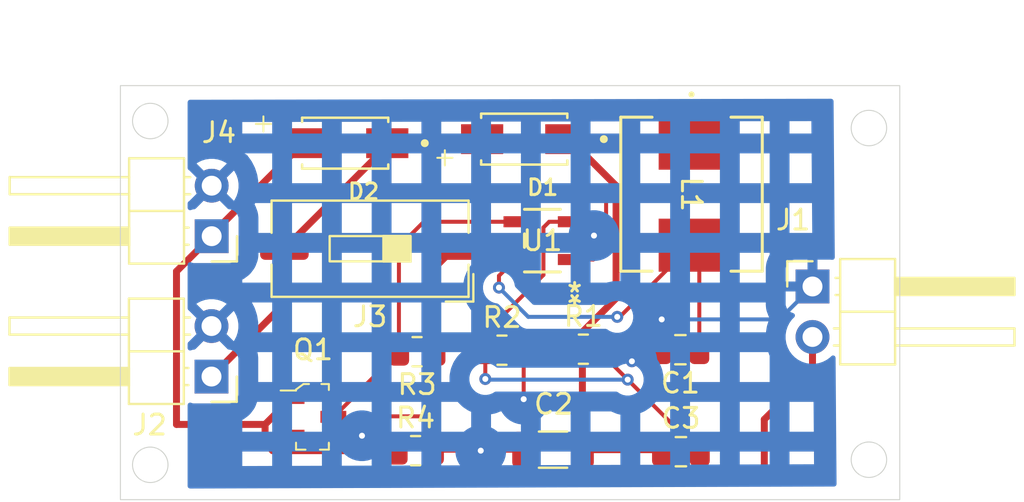
<source format=kicad_pcb>
(kicad_pcb (version 20241229) (generator "pcbnew") (generator_version "9.0")
  (layers (0 "F.Cu" signal) (2 "B.Cu" signal) (13 "F.Paste" user) (15 "B.Paste" user) (5 "F.SilkS" user "F.Silkscreen") (7 "B.SilkS" user "B.Silkscreen") (1 "F.Mask" user) (3 "B.Mask" user) (25 "Edge.Cuts" user))
  (net 0 "")
  (net 1 "Net-(J3-Pin_1)")
  (net 2 "GNDD")
  (net 3 "/OUT_P")
  (net 4 "Net-(U1-FB)")
  (net 5 "Net-(U1-SW)")
  (net 6 "/Solar_P+")
  (net 7 "/BAT_P")
  (net 8 "Net-(Q1-D)")
  (footprint "Connector_PinHeader_2.54mm:PinHeader_1x02_P2.54mm_Horizontal" (layer "F.Cu") (at 127.3372 132.7454 180)
    (property "Reference" "J2" (at 3.1058 -2.4334 0) (layer "F.SilkS"))
    (property "Value" "Conn_01x02_Pin")
    (fp_line (start 10.15 2.97) (end 4.15 2.97) (stroke (width 0.12)) (layer "F.SilkS"))
    (fp_line (start 10.15 2.11) (end 10.15 2.97) (stroke (width 0.12)) (layer "F.SilkS"))
    (fp_line (start 4.15 3.92) (end 4.15 -1.38) (stroke (width 0.12)) (layer "F.SilkS"))
    (fp_line (start 4.15 2.11) (end 10.15 2.11) (stroke (width 0.12)) (layer "F.SilkS"))
    (fp_line (start 4.15 -1.38) (end 1.39 -1.38) (stroke (width 0.12)) (layer "F.SilkS"))
    (fp_line (start 1.39 3.92) (end 4.15 3.92) (stroke (width 0.12)) (layer "F.SilkS"))
    (fp_line (start 1.39 1.27) (end 4.15 1.27) (stroke (width 0.12)) (layer "F.SilkS"))
    (fp_line (start 1.39 -1.38) (end 1.39 3.92) (stroke (width 0.12)) (layer "F.SilkS"))
    (fp_line (start 1.16 0.43) (end 1.39 0.43) (stroke (width 0.12)) (layer "F.SilkS"))
    (fp_line (start 1.16 -0.43) (end 1.39 -0.43) (stroke (width 0.12)) (layer "F.SilkS"))
    (fp_line (start 1.077358 2.97) (end 1.39 2.97) (stroke (width 0.12)) (layer "F.SilkS"))
    (fp_line (start 1.077358 2.11) (end 1.39 2.11) (stroke (width 0.12)) (layer "F.SilkS"))
    (fp_line (start -1.27 0) (end -1.27 -1.27) (stroke (width 0.12)) (layer "F.SilkS"))
    (fp_line (start -1.27 -1.27) (end 0 -1.27) (stroke (width 0.12)) (layer "F.SilkS"))
    (fp_rect (start 4.15 -0.43) (end 10.15 0.43) (stroke (width 0.12)) (fill yes) (layer "F.SilkS"))
    (pad "1" thru_hole rect (at 0 0 180) (size 1.7 1.7) (drill 1) (layers "*.Cu" "*.Mask") (net 7 "/BAT_P"))
    (pad "2" thru_hole circle (at 0 2.54 180) (size 1.7 1.7) (drill 1) (layers "*.Cu" "*.Mask") (net 2 "GNDD"))
  )
  (footprint "SS14:DIOM4325X250N" (layer "F.Cu") (at 134.0552 121.0056 180)
    (property "Reference" "D2" (at -0.925 -2.43 0) (layer "F.SilkS") (effects (font (size 0.787402 0.787402))))
    (property "Value" "SS14")
    (fp_line (start 2.165 1.28) (end 2.165 1.07) (stroke (width 0.127)) (layer "F.SilkS"))
    (fp_line (start 2.165 -1.07) (end 2.165 -1.28) (stroke (width 0.127)) (layer "F.SilkS"))
    (fp_line (start 2.165 -1.28) (end -2.165 -1.28) (stroke (width 0.127)) (layer "F.SilkS"))
    (fp_line (start -2.165 1.28) (end 2.165 1.28) (stroke (width 0.127)) (layer "F.SilkS"))
    (fp_line (start -2.165 1.28) (end -2.165 1.07) (stroke (width 0.127)) (layer "F.SilkS"))
    (fp_line (start -2.165 -1.28) (end -2.165 -1.07) (stroke (width 0.127)) (layer "F.SilkS"))
    (fp_circle (center -4 0) (end -3.9 0) (stroke (width 0.2)) (fill no) (layer "F.SilkS"))
    (pad "A" smd rect (at 2.115 0 180) (size 2.12 1.5) (layers "F.Cu" "F.Mask" "F.Paste") (net 6 "/Solar_P+"))
    (pad "C" smd rect (at -2.115 0 180) (size 2.12 1.5) (layers "F.Cu" "F.Mask" "F.Paste") (net 7 "/BAT_P"))
  )
  (footprint "Capacitor_SMD:C_0805_2012Metric" (layer "F.Cu") (at 150.9268 136.525)
    (property "Reference" "C3" (at 0 -1.68 0) (layer "F.SilkS"))
    (property "Value" "10uF, 50V, X7R(0805)")
    (fp_line (start -0.261252 -0.735) (end 0.261252 -0.735) (stroke (width 0.12)) (layer "F.SilkS"))
    (fp_line (start -0.261252 0.735) (end 0.261252 0.735) (stroke (width 0.12)) (layer "F.SilkS"))
    (pad "1" smd roundrect (at -0.95 0) (size 1 1.45) (layers "F.Cu" "F.Mask" "F.Paste") (net 3 "/OUT_P"))
    (pad "2" smd roundrect (at 0.95 0) (size 1 1.45) (layers "F.Cu" "F.Mask" "F.Paste") (net 4 "Net-(U1-FB)"))
  )
  (footprint "digikey-footprints:SOT-23-3" (layer "F.Cu") (at 132.4102 134.7724)
    (property "Reference" "Q1" (at 0.025 -3.375 0) (layer "F.SilkS"))
    (property "Value" "2N7002")
    (fp_line (start -0.825 -1.375) (end -0.825 -1.325) (stroke (width 0.1)) (layer "F.SilkS"))
    (fp_line (start -0.825 -1.325) (end -1.6 -1.325) (stroke (width 0.1)) (layer "F.SilkS"))
    (fp_line (start -0.825 1.65) (end -0.825 1.3) (stroke (width 0.1)) (layer "F.SilkS"))
    (fp_line (start -0.45 -1.65) (end -0.825 -1.375) (stroke (width 0.1)) (layer "F.SilkS"))
    (fp_line (start -0.35 1.65) (end -0.825 1.65) (stroke (width 0.1)) (layer "F.SilkS"))
    (fp_line (start -0.175 -1.65) (end -0.45 -1.65) (stroke (width 0.1)) (layer "F.SilkS"))
    (fp_line (start 0.45 -1.65) (end 0.825 -1.65) (stroke (width 0.1)) (layer "F.SilkS"))
    (fp_line (start 0.825 -1.65) (end 0.825 -1.35) (stroke (width 0.1)) (layer "F.SilkS"))
    (fp_line (start 0.825 1.35) (end 0.825 1.65) (stroke (width 0.1)) (layer "F.SilkS"))
    (fp_line (start 0.825 1.425) (end 0.825 1.3) (stroke (width 0.1)) (layer "F.SilkS"))
    (fp_line (start 0.825 1.65) (end 0.375 1.65) (stroke (width 0.1)) (layer "F.SilkS"))
    (pad "1" smd rect (at -1.05 -0.95) (size 1.3 0.6) (layers "F.Cu" "F.Mask" "F.Paste") (net 6 "/Solar_P+"))
    (pad "2" smd rect (at -1.05 0.95) (size 1.3 0.6) (layers "F.Cu" "F.Mask" "F.Paste") (net 2 "GNDD"))
    (pad "3" smd rect (at 1.05 0) (size 1.3 0.6) (layers "F.Cu" "F.Mask" "F.Paste") (net 8 "Net-(Q1-D)"))
  )
  (footprint "Connector_PinHeader_2.54mm:PinHeader_1x02_P2.54mm_Horizontal" (layer "F.Cu") (at 127.3464 125.6842 180)
    (property "Reference" "J4" (at -0.3648 5.212 0) (layer "F.SilkS"))
    (property "Value" "Conn_01x02_Pin")
    (fp_line (start 10.15 2.97) (end 4.15 2.97) (stroke (width 0.12)) (layer "F.SilkS"))
    (fp_line (start 10.15 2.11) (end 10.15 2.97) (stroke (width 0.12)) (layer "F.SilkS"))
    (fp_line (start 4.15 3.92) (end 4.15 -1.38) (stroke (width 0.12)) (layer "F.SilkS"))
    (fp_line (start 4.15 2.11) (end 10.15 2.11) (stroke (width 0.12)) (layer "F.SilkS"))
    (fp_line (start 4.15 -1.38) (end 1.39 -1.38) (stroke (width 0.12)) (layer "F.SilkS"))
    (fp_line (start 1.39 3.92) (end 4.15 3.92) (stroke (width 0.12)) (layer "F.SilkS"))
    (fp_line (start 1.39 1.27) (end 4.15 1.27) (stroke (width 0.12)) (layer "F.SilkS"))
    (fp_line (start 1.39 -1.38) (end 1.39 3.92) (stroke (width 0.12)) (layer "F.SilkS"))
    (fp_line (start 1.16 0.43) (end 1.39 0.43) (stroke (width 0.12)) (layer "F.SilkS"))
    (fp_line (start 1.16 -0.43) (end 1.39 -0.43) (stroke (width 0.12)) (layer "F.SilkS"))
    (fp_line (start 1.077358 2.97) (end 1.39 2.97) (stroke (width 0.12)) (layer "F.SilkS"))
    (fp_line (start 1.077358 2.11) (end 1.39 2.11) (stroke (width 0.12)) (layer "F.SilkS"))
    (fp_line (start -1.27 0) (end -1.27 -1.27) (stroke (width 0.12)) (layer "F.SilkS"))
    (fp_line (start -1.27 -1.27) (end 0 -1.27) (stroke (width 0.12)) (layer "F.SilkS"))
    (fp_rect (start 4.15 -0.43) (end 10.15 0.43) (stroke (width 0.12)) (fill yes) (layer "F.SilkS"))
    (pad "1" thru_hole rect (at 0 0 180) (size 1.7 1.7) (drill 1) (layers "*.Cu" "*.Mask") (net 6 "/Solar_P+"))
    (pad "2" thru_hole circle (at 0 2.54 180) (size 1.7 1.7) (drill 1) (layers "*.Cu" "*.Mask") (net 2 "GNDD"))
  )
  (footprint "Connector_PinHeader_2.54mm:PinHeader_1x02_P2.54mm_Horizontal" (layer "F.Cu") (at 157.54 128.2142)
    (property "Reference" "J1" (at -0.9744 -3.3478 0) (layer "F.SilkS"))
    (property "Value" "Conn_01x02_Pin")
    (fp_line (start -1.27 -1.27) (end 0 -1.27) (stroke (width 0.12)) (layer "F.SilkS"))
    (fp_line (start -1.27 0) (end -1.27 -1.27) (stroke (width 0.12)) (layer "F.SilkS"))
    (fp_line (start 1.077358 2.11) (end 1.39 2.11) (stroke (width 0.12)) (layer "F.SilkS"))
    (fp_line (start 1.077358 2.97) (end 1.39 2.97) (stroke (width 0.12)) (layer "F.SilkS"))
    (fp_line (start 1.16 -0.43) (end 1.39 -0.43) (stroke (width 0.12)) (layer "F.SilkS"))
    (fp_line (start 1.16 0.43) (end 1.39 0.43) (stroke (width 0.12)) (layer "F.SilkS"))
    (fp_line (start 1.39 -1.38) (end 1.39 3.92) (stroke (width 0.12)) (layer "F.SilkS"))
    (fp_line (start 1.39 1.27) (end 4.15 1.27) (stroke (width 0.12)) (layer "F.SilkS"))
    (fp_line (start 1.39 3.92) (end 4.15 3.92) (stroke (width 0.12)) (layer "F.SilkS"))
    (fp_line (start 4.15 -1.38) (end 1.39 -1.38) (stroke (width 0.12)) (layer "F.SilkS"))
    (fp_line (start 4.15 2.11) (end 10.15 2.11) (stroke (width 0.12)) (layer "F.SilkS"))
    (fp_line (start 4.15 3.92) (end 4.15 -1.38) (stroke (width 0.12)) (layer "F.SilkS"))
    (fp_line (start 10.15 2.11) (end 10.15 2.97) (stroke (width 0.12)) (layer "F.SilkS"))
    (fp_line (start 10.15 2.97) (end 4.15 2.97) (stroke (width 0.12)) (layer "F.SilkS"))
    (fp_rect (start 4.15 -0.43) (end 10.15 0.43) (stroke (width 0.12)) (fill yes) (layer "F.SilkS"))
    (pad "1" thru_hole rect (at 0 0) (size 1.7 1.7) (drill 1) (layers "*.Cu" "*.Mask") (net 2 "GNDD"))
    (pad "2" thru_hole circle (at 0 2.54) (size 1.7 1.7) (drill 1) (layers "*.Cu" "*.Mask") (net 3 "/OUT_P"))
  )
  (footprint "Resistor_SMD:R_0805_2012Metric" (layer "F.Cu") (at 141.9352 131.4196)
    (property "Reference" "R2" (at 0 -1.65 0) (layer "F.SilkS"))
    (property "Value" "604 kOhm, 1%")
    (fp_line (start -0.227064 -0.735) (end 0.227064 -0.735) (stroke (width 0.12)) (layer "F.SilkS"))
    (fp_line (start -0.227064 0.735) (end 0.227064 0.735) (stroke (width 0.12)) (layer "F.SilkS"))
    (pad "1" smd roundrect (at -0.9125 0) (size 1.025 1.4) (layers "F.Cu" "F.Mask" "F.Paste") (roundrect_rratio 0.243902) (net 4 "Net-(U1-FB)"))
    (pad "2" smd roundrect (at 0.9125 0) (size 1.025 1.4) (layers "F.Cu" "F.Mask" "F.Paste") (roundrect_rratio 0.243902) (net 2 "GNDD"))
  )
  (footprint "Button_Switch_SMD:SW_DIP_SPSTx01_Slide_9.78x4.72mm_W8.61mm_P2.54mm" (layer "F.Cu") (at 135.3058 126.3142 180)
    (property "Reference" "J3" (at 0 -3.42 0) (layer "F.SilkS"))
    (property "Value" "Conn_01x02_Pin")
    (fp_line (start 4.95 0.8) (end 4.95 2.42) (stroke (width 0.12)) (layer "F.SilkS"))
    (fp_line (start 4.95 -2.42) (end 4.95 -0.8) (stroke (width 0.12)) (layer "F.SilkS"))
    (fp_line (start -0.676667 -0.635) (end -0.676667 0.635) (stroke (width 0.12)) (layer "F.SilkS"))
    (fp_line (start -4.95 2.42) (end 4.95 2.42) (stroke (width 0.12)) (layer "F.SilkS"))
    (fp_line (start -4.95 0.8) (end -4.95 2.42) (stroke (width 0.12)) (layer "F.SilkS"))
    (fp_line (start -4.95 -2.42) (end 4.95 -2.42) (stroke (width 0.12)) (layer "F.SilkS"))
    (fp_line (start -4.95 -2.42) (end -4.95 -0.8) (stroke (width 0.12)) (layer "F.SilkS"))
    (fp_line (start -5.19 -2.66) (end -3.807 -2.66) (stroke (width 0.12)) (layer "F.SilkS"))
    (fp_line (start -5.19 -2.66) (end -5.19 -1.277) (stroke (width 0.12)) (layer "F.SilkS"))
    (fp_rect (start -2.03 -0.635) (end 2.03 0.635) (stroke (width 0.12)) (fill no) (layer "F.SilkS"))
    (fp_rect (start -2.03 -0.635) (end -0.676667 0.635) (stroke (width 0.12)) (fill yes) (layer "F.SilkS"))
    (pad "1" smd roundrect (at -4.305 0 180) (size 2.44 1.12) (layers "F.Cu" "F.Mask" "F.Paste") (roundrect_rratio 0.223214) (net 1 "Net-(J3-Pin_1)"))
    (pad "2" smd roundrect (at 4.305 0 180) (size 2.44 1.12) (layers "F.Cu" "F.Mask" "F.Paste") (roundrect_rratio 0.223214) (net 7 "/BAT_P"))
  )
  (footprint "ul_ASPI-0630LR-100M-T15:IND_ASPI-0630LR_ABR" (layer "F.Cu") (at 151.4602 123.571 -90)
    (property "Reference" "L1" (at 0 0 270) (layer "F.SilkS"))
    (property "Value" "ASPI-0630LR-100M-T15")
    (fp_line (start -3.8735 3.556) (end 3.8735 3.556) (stroke (width 0.1524)) (layer "F.SilkS"))
    (fp_line (start 3.8735 3.556) (end 3.8735 1.98374) (stroke (width 0.1524)) (layer "F.SilkS"))
    (fp_line (start -3.8735 1.98374) (end -3.8735 3.556) (stroke (width 0.1524)) (layer "F.SilkS"))
    (fp_line (start 3.8735 -1.98374) (end 3.8735 -3.556) (stroke (width 0.1524)) (layer "F.SilkS"))
    (fp_line (start -3.8735 -3.556) (end -3.8735 -1.98374) (stroke (width 0.1524)) (layer "F.SilkS"))
    (fp_line (start 3.8735 -3.556) (end -3.8735 -3.556) (stroke (width 0.1524)) (layer "F.SilkS"))
    (fp_circle (center -5.0165 0) (end -4.9403 0) (stroke (width 0.1524)) (fill no) (layer "F.SilkS"))
    (pad "1" smd rect (at -2.5654 0) (size 3.302 2.667) (layers "F.Cu" "F.Mask" "F.Paste") (net 5 "Net-(U1-SW)"))
    (pad "2" smd rect (at 2.5654 0) (size 3.302 2.667) (layers "F.Cu" "F.Mask" "F.Paste") (net 1 "Net-(J3-Pin_1)"))
  )
  (footprint "Resistor_SMD:R_0805_2012Metric" (layer "F.Cu") (at 137.5918 136.4742)
    (property "Reference" "R4" (at 0 -1.65 0) (layer "F.SilkS"))
    (property "Value" "1 MOhm")
    (fp_line (start -0.227064 -0.735) (end 0.227064 -0.735) (stroke (width 0.12)) (layer "F.SilkS"))
    (fp_line (start -0.227064 0.735) (end 0.227064 0.735) (stroke (width 0.12)) (layer "F.SilkS"))
    (pad "1" smd roundrect (at -0.9125 0) (size 1.025 1.4) (layers "F.Cu" "F.Mask" "F.Paste") (roundrect_rratio 0.243902) (net 6 "/Solar_P+"))
    (pad "2" smd roundrect (at 0.9125 0) (size 1.025 1.4) (layers "F.Cu" "F.Mask" "F.Paste") (roundrect_rratio 0.243902) (net 2 "GNDD"))
  )
  (footprint "Resistor_SMD:R_0805_2012Metric" (layer "F.Cu") (at 137.668 131.4958 180)
    (property "Reference" "R3" (at 0 -1.65 0) (layer "F.SilkS"))
    (property "Value" "10 kOhm")
    (fp_line (start -0.227064 0.735) (end 0.227064 0.735) (stroke (width 0.12)) (layer "F.SilkS"))
    (fp_line (start -0.227064 -0.735) (end 0.227064 -0.735) (stroke (width 0.12)) (layer "F.SilkS"))
    (pad "1" smd roundrect (at -0.9125 0 180) (size 1.025 1.4) (layers "F.Cu" "F.Mask" "F.Paste") (roundrect_rratio 0.243902) (net 1 "Net-(J3-Pin_1)"))
    (pad "2" smd roundrect (at 0.9125 0 180) (size 1.025 1.4) (layers "F.Cu" "F.Mask" "F.Paste") (roundrect_rratio 0.243902) (net 8 "Net-(Q1-D)"))
  )
  (footprint "Resistor_SMD:R_0805_2012Metric" (layer "F.Cu") (at 146.0246 131.3688)
    (property "Reference" "R1" (at 0 -1.65 0) (layer "F.SilkS"))
    (property "Value" "1 MOhm")
    (fp_line (start -0.227064 -0.735) (end 0.227064 -0.735) (stroke (width 0.12)) (layer "F.SilkS"))
    (fp_line (start -0.227064 0.735) (end 0.227064 0.735) (stroke (width 0.12)) (layer "F.SilkS"))
    (pad "1" smd roundrect (at -0.9125 0) (size 1.025 1.4) (layers "F.Cu" "F.Mask" "F.Paste") (roundrect_rratio 0.243902) (net 3 "/OUT_P"))
    (pad "2" smd roundrect (at 0.9125 0) (size 1.025 1.4) (layers "F.Cu" "F.Mask" "F.Paste") (roundrect_rratio 0.243902) (net 4 "Net-(U1-FB)"))
  )
  (footprint "AP3015AKTR-G1:SOT23-5_1P55X2P9_DIO" (layer "F.Cu") (at 143.9672 125.9078 180)
    (property "Reference" "U1" (at 0 0 0) (layer "F.SilkS"))
    (property "Value" "AP3015AKTR-G1")
    (fp_line (start 0.9017 0.337861) (end 0.9017 -0.337861) (stroke (width 0.1524)) (layer "F.SilkS"))
    (fp_line (start 0.9017 -1.5748) (end -0.9017 -1.5748) (stroke (width 0.1524)) (layer "F.SilkS"))
    (fp_line (start -0.9017 1.5748) (end 0.9017 1.5748) (stroke (width 0.1524)) (layer "F.SilkS"))
    (fp_text user "*" (at -1.61925 -2.6518 0) (layer "F.SilkS"))
    (fp_text user "*" (at -1.61925 -2.6518 180) (layer "F.SilkS"))
    (pad "1" smd rect (at -1.36525 -0.950001 180) (size 1.1811 0.5588) (layers "F.Cu" "F.Mask" "F.Paste") (net 5 "Net-(U1-SW)"))
    (pad "2" smd rect (at -1.36525 0 180) (size 1.1811 0.5588) (layers "F.Cu" "F.Mask" "F.Paste") (net 2 "GNDD"))
    (pad "3" smd rect (at -1.36525 0.950001 180) (size 1.1811 0.5588) (layers "F.Cu" "F.Mask" "F.Paste") (net 4 "Net-(U1-FB)"))
    (pad "4" smd rect (at 1.36525 0.950001 180) (size 1.1811 0.5588) (layers "F.Cu" "F.Mask" "F.Paste") (net 8 "Net-(Q1-D)"))
    (pad "5" smd rect (at 1.36525 -0.950001 180) (size 1.1811 0.5588) (layers "F.Cu" "F.Mask" "F.Paste") (net 1 "Net-(J3-Pin_1)"))
  )
  (footprint "SS14:DIOM4325X250N" (layer "F.Cu") (at 143.0528 120.8024 180)
    (property "Reference" "D1" (at -0.925 -2.43 0) (layer "F.SilkS") (effects (font (size 0.787402 0.787402))))
    (property "Value" "SS14")
    (fp_line (start 2.165 1.28) (end 2.165 1.07) (stroke (width 0.127)) (layer "F.SilkS"))
    (fp_line (start 2.165 -1.07) (end 2.165 -1.28) (stroke (width 0.127)) (layer "F.SilkS"))
    (fp_line (start 2.165 -1.28) (end -2.165 -1.28) (stroke (width 0.127)) (layer "F.SilkS"))
    (fp_line (start -2.165 1.28) (end 2.165 1.28) (stroke (width 0.127)) (layer "F.SilkS"))
    (fp_line (start -2.165 1.28) (end -2.165 1.07) (stroke (width 0.127)) (layer "F.SilkS"))
    (fp_line (start -2.165 -1.28) (end -2.165 -1.07) (stroke (width 0.127)) (layer "F.SilkS"))
    (fp_circle (center -4 0) (end -3.9 0) (stroke (width 0.2)) (fill no) (layer "F.SilkS"))
    (pad "A" smd rect (at 2.115 0 180) (size 2.12 1.5) (layers "F.Cu" "F.Mask" "F.Paste") (net 5 "Net-(U1-SW)"))
    (pad "C" smd rect (at -2.115 0 180) (size 2.12 1.5) (layers "F.Cu" "F.Mask" "F.Paste") (net 3 "/OUT_P"))
  )
  (footprint "Capacitor_SMD:C_1206_3216Metric" (layer "F.Cu") (at 144.5006 136.4234 180)
    (property "Reference" "C2" (at -0.0254 2.286 0) (layer "F.SilkS"))
    (property "Value" "22uF, 10V, X7R(1206)")
    (fp_line (start -0.711252 0.91) (end 0.711252 0.91) (stroke (width 0.12)) (layer "F.SilkS"))
    (fp_line (start -0.711252 -0.91) (end 0.711252 -0.91) (stroke (width 0.12)) (layer "F.SilkS"))
    (pad "1" smd roundrect (at -1.475 0 180) (size 1.15 1.8) (layers "F.Cu" "F.Mask" "F.Paste") (roundrect_rratio 0.217391) (net 3 "/OUT_P"))
    (pad "2" smd roundrect (at 1.475 0 180) (size 1.15 1.8) (layers "F.Cu" "F.Mask" "F.Paste") (roundrect_rratio 0.217391) (net 2 "GNDD"))
  )
  (footprint "Capacitor_SMD:C_0805_2012Metric" (layer "F.Cu") (at 150.9014 131.3942 180)
    (property "Reference" "C1" (at 0 -1.68 0) (layer "F.SilkS"))
    (property "Value" "4.7uF, 50V, X7R(0805)")
    (fp_line (start -0.261252 0.735) (end 0.261252 0.735) (stroke (width 0.12)) (layer "F.SilkS"))
    (fp_line (start -0.261252 -0.735) (end 0.261252 -0.735) (stroke (width 0.12)) (layer "F.SilkS"))
    (pad "1" smd roundrect (at -0.95 0 180) (size 1 1.45) (layers "F.Cu" "F.Mask" "F.Paste") (net 1 "Net-(J3-Pin_1)"))
    (pad "2" smd roundrect (at 0.95 0 180) (size 1 1.45) (layers "F.Cu" "F.Mask" "F.Paste") (net 2 "GNDD"))
  )
  (gr_rect (start 122.7582 118.11) (end 161.925 138.938) (stroke (width 0.05)) (fill no) (layer "Edge.Cuts"))
  (gr_circle (center 124.259698 119.890898) (end 124.564498 120.729098) (stroke (width 0.05)) (fill no) (layer "Edge.Cuts"))
  (gr_circle (center 160.3756 136.928502) (end 160.6804 137.766702) (stroke (width 0.05)) (fill no) (layer "Edge.Cuts"))
  (gr_circle (center 160.3756 120.2436) (end 160.6804 121.0818) (stroke (width 0.05)) (fill no) (layer "Edge.Cuts"))
  (gr_circle (center 124.259698 137.1854) (end 124.564498 138.0236) (stroke (width 0.05)) (fill no) (layer "Edge.Cuts"))
  (gr_text "+" (at 129.2606 120.5484 0) (layer "F.SilkS") (effects (font (size 1 1) (thickness 0.1)) (justify left bottom)))
  (gr_text "+" (at 138.3792 122.2502 0) (layer "F.SilkS") (effects (font (size 1 1) (thickness 0.1)) (justify left bottom)))
  (segment (start 138.5805 127.3445) (end 139.6108 126.3142) (width 0.2) (layer "F.Cu") (net 1))
  (segment (start 151.8514 126.5276) (end 151.4602 126.1364) (width 0.2) (layer "F.Cu") (net 1))
  (segment (start 139.6108 126.3142) (end 142.058349 126.3142) (width 0.2) (layer "F.Cu") (net 1))
  (segment (start 151.8514 131.3942) (end 151.8514 126.5276) (width 0.2) (layer "F.Cu") (net 1))
  (segment (start 138.5805 131.4958) (end 138.5805 127.3445) (width 0.2) (layer "F.Cu") (net 1))
  (segment (start 141.7828 127.676951) (end 142.60195 126.857801) (width 0.2) (layer "F.Cu") (net 1))
  (segment (start 147.8534 129.7432) (end 147.7264 129.7432) (width 0.2) (layer "F.Cu") (net 1))
  (segment (start 141.7828 128.27) (end 141.7828 127.676951) (width 0.2) (layer "F.Cu") (net 1))
  (segment (start 151.4602 126.1364) (end 147.8534 129.7432) (width 0.2) (layer "F.Cu") (net 1))
  (segment (start 142.058349 126.3142) (end 142.60195 126.857801) (width 0.2) (layer "F.Cu") (net 1))
  (via (at 141.7828 128.27) (size 0.6) (drill 0.3) (layers "F.Cu" "B.Cu") (net 1))
  (via (at 147.7264 129.7432) (size 0.6) (drill 0.3) (layers "F.Cu" "B.Cu") (net 1))
  (segment (start 147.7264 129.7432) (end 143.256 129.7432) (width 0.2) (layer "B.Cu") (net 1))
  (segment (start 143.256 129.7432) (end 141.7828 128.27) (width 0.2) (layer "B.Cu") (net 1))
  (segment (start 136.271 134.747) (end 138.4046 134.747) (width 0.2) (layer "F.Cu") (net 2))
  (segment (start 145.33245 125.9078) (end 146.304 125.9078) (width 0.2) (layer "F.Cu") (net 2))
  (segment (start 149.0472 131.3942) (end 148.463 131.9784) (width 0.2) (layer "F.Cu") (net 2))
  (segment (start 146.304 125.9078) (end 146.558 125.6538) (width 0.2) (layer "F.Cu") (net 2))
  (segment (start 134.8994 135.7224) (end 135.2956 135.7224) (width 0.2) (layer "F.Cu") (net 2))
  (segment (start 143.0256 131.5975) (end 142.8477 131.4196) (width 0.2) (layer "F.Cu") (net 2))
  (segment (start 140.8684 136.4742) (end 142.9748 136.4742) (width 0.2) (layer "F.Cu") (net 2))
  (segment (start 143.0256 133.8834) (end 143.0256 131.5975) (width 0.2) (layer "F.Cu") (net 2))
  (segment (start 149.9616 129.8702) (end 149.9616 131.384) (width 0.2) (layer "F.Cu") (net 2))
  (segment (start 138.4046 136.3745) (end 138.5043 136.4742) (width 0.2) (layer "F.Cu") (net 2))
  (segment (start 149.9616 131.384) (end 149.9514 131.3942) (width 0.2) (layer "F.Cu") (net 2))
  (segment (start 143.0256 136.4234) (end 143.0256 133.8834) (width 0.2) (layer "F.Cu") (net 2))
  (segment (start 131.3602 135.7224) (end 134.8994 135.7224) (width 0.2) (layer "F.Cu") (net 2))
  (segment (start 142.9748 136.4742) (end 143.0256 136.4234) (width 0.2) (layer "F.Cu") (net 2))
  (segment (start 135.2956 135.7224) (end 136.271 134.747) (width 0.2) (layer "F.Cu") (net 2))
  (segment (start 149.9514 131.3942) (end 149.0472 131.3942) (width 0.2) (layer "F.Cu") (net 2))
  (segment (start 138.4046 134.747) (end 138.4046 136.3745) (width 0.2) (layer "F.Cu") (net 2))
  (segment (start 138.5043 136.4742) (end 140.8684 136.4742) (width 0.2) (layer "F.Cu") (net 2))
  (via (at 148.463 131.9784) (size 0.6) (drill 0.3) (layers "F.Cu" "B.Cu") (net 2))
  (via (at 140.8684 136.4742) (size 0.6) (drill 0.3) (layers "F.Cu" "B.Cu") (net 2))
  (via (at 149.9616 129.8702) (size 0.6) (drill 0.3) (layers "F.Cu" "B.Cu") (net 2))
  (via (at 134.8994 135.7224) (size 0.6) (drill 0.3) (layers "F.Cu" "B.Cu") (net 2))
  (via (at 146.558 125.6538) (size 0.6) (drill 0.3) (layers "F.Cu" "B.Cu") (net 2))
  (via (at 143.0256 133.8834) (size 0.6) (drill 0.3) (layers "F.Cu" "B.Cu") (net 2))
  (segment (start 157.54 128.2142) (end 155.884 129.8702) (width 0.2) (layer "B.Cu") (net 2))
  (segment (start 155.884 129.8702) (end 149.9616 129.8702) (width 0.2) (layer "B.Cu") (net 2))
  (segment (start 145.1678 120.8024) (end 145.326166 120.8024) (width 0.35) (layer "F.Cu") (net 3))
  (segment (start 157.54 130.7542) (end 157.54 132.479026) (width 0.35) (layer "F.Cu") (net 3))
  (segment (start 149.8752 136.4234) (end 149.9768 136.525) (width 0.35) (layer "F.Cu") (net 3))
  (segment (start 155.1178 134.901226) (end 155.1178 137.9826) (width 0.35) (layer "F.Cu") (net 3))
  (segment (start 151.4344 137.9826) (end 149.9768 136.525) (width 0.35) (layer "F.Cu") (net 3))
  (segment (start 147.669 123.145234) (end 147.669 128.8119) (width 0.35) (layer "F.Cu") (net 3))
  (segment (start 157.54 132.479026) (end 155.1178 134.901226) (width 0.35) (layer "F.Cu") (net 3))
  (segment (start 145.9756 136.4234) (end 145.9756 132.2323) (width 0.35) (layer "F.Cu") (net 3))
  (segment (start 145.9756 136.4234) (end 149.8752 136.4234) (width 0.35) (layer "F.Cu") (net 3))
  (segment (start 155.1178 137.9826) (end 151.4344 137.9826) (width 0.35) (layer "F.Cu") (net 3))
  (segment (start 145.326166 120.8024) (end 147.669 123.145234) (width 0.35) (layer "F.Cu") (net 3))
  (segment (start 147.669 128.8119) (end 145.1121 131.3688) (width 0.35) (layer "F.Cu") (net 3))
  (segment (start 145.9756 132.2323) (end 145.1121 131.3688) (width 0.35) (layer "F.Cu") (net 3))
  (segment (start 148.2522 132.9004) (end 146.9371 131.5853) (width 0.2) (layer "F.Cu") (net 4))
  (segment (start 141.097 131.4939) (end 141.0227 131.4196) (width 0.2) (layer "F.Cu") (net 4))
  (segment (start 144.018 127.635) (end 144.018 125.2474) (width 0.2) (layer "F.Cu") (net 4))
  (segment (start 141.097 132.8674) (end 141.097 131.4939) (width 0.2) (layer "F.Cu") (net 4))
  (segment (start 141.0227 130.6303) (end 144.018 127.635) (width 0.2) (layer "F.Cu") (net 4))
  (segment (start 141.0227 131.4196) (end 141.0227 130.6303) (width 0.2) (layer "F.Cu") (net 4))
  (segment (start 146.9371 131.5853) (end 146.9371 131.3688) (width 0.2) (layer "F.Cu") (net 4))
  (segment (start 144.018 125.2474) (end 144.307601 124.957799) (width 0.2) (layer "F.Cu") (net 4))
  (segment (start 151.8768 136.525) (end 148.2522 132.9004) (width 0.2) (layer "F.Cu") (net 4))
  (segment (start 144.307601 124.957799) (end 145.33245 124.957799) (width 0.2) (layer "F.Cu") (net 4))
  (via (at 148.2522 132.9004) (size 0.6) (drill 0.3) (layers "F.Cu" "B.Cu") (net 4))
  (via (at 141.097 132.8674) (size 0.6) (drill 0.3) (layers "F.Cu" "B.Cu") (net 4))
  (segment (start 148.2522 132.9004) (end 141.13 132.9004) (width 0.2) (layer "B.Cu") (net 4))
  (segment (start 141.13 132.9004) (end 141.097 132.8674) (width 0.2) (layer "B.Cu") (net 4))
  (segment (start 140.9378 119.4884) (end 140.9378 120.8024) (width 0.2) (layer "F.Cu") (net 5))
  (segment (start 147.0406 123.5964) (end 147.0406 123.4948) (width 0.2) (layer "F.Cu") (net 5))
  (segment (start 147.0406 123.4948) (end 147.193 123.3424) (width 0.2) (layer "F.Cu") (net 5))
  (segment (start 140.9378 123.107) (end 140.9378 120.8024) (width 0.2) (layer "F.Cu") (net 5))
  (segment (start 145.33245 126.857801) (end 146.522399 126.857801) (width 0.2) (layer "F.Cu") (net 5))
  (segment (start 147.1676 126.2126) (end 147.1676 123.7234) (width 0.2) (layer "F.Cu") (net 5))
  (segment (start 141.1732 123.3424) (end 140.9378 123.107) (width 0.2) (layer "F.Cu") (net 5))
  (segment (start 149.5974 119.1428) (end 141.2748 119.1428) (width 0.2) (layer "F.Cu") (net 5))
  (segment (start 141.2748 119.1428) (end 141.2748 119.1514) (width 0.2) (layer "F.Cu") (net 5))
  (segment (start 146.522399 126.857801) (end 147.1676 126.2126) (width 0.2) (layer "F.Cu") (net 5))
  (segment (start 147.193 123.3424) (end 141.1732 123.3424) (width 0.2) (layer "F.Cu") (net 5))
  (segment (start 151.4602 121.0056) (end 149.5974 119.1428) (width 0.2) (layer "F.Cu") (net 5))
  (segment (start 141.2748 119.1514) (end 140.9378 119.4884) (width 0.2) (layer "F.Cu") (net 5))
  (segment (start 147.1676 123.7234) (end 147.0406 123.5964) (width 0.2) (layer "F.Cu") (net 5))
  (segment (start 130.0292 135.1534) (end 125.5776 135.1534) (width 0.35) (layer "F.Cu") (net 6))
  (segment (start 130.0292 136.0934) (end 130.0292 135.1534) (width 0.35) (layer "F.Cu") (net 6))
  (segment (start 127.3464 125.5994) (end 131.9402 121.0056) (width 0.35) (layer "F.Cu") (net 6))
  (segment (start 125.5776 135.1534) (end 125.5776 127.453) (width 0.35) (layer "F.Cu") (net 6))
  (segment (start 136.6793 136.4742) (end 130.41 136.4742) (width 0.35) (layer "F.Cu") (net 6))
  (segment (start 127.3464 125.6842) (end 127.3464 125.5994) (width 0.35) (layer "F.Cu") (net 6))
  (segment (start 125.5776 127.453) (end 127.3464 125.6842) (width 0.35) (layer "F.Cu") (net 6))
  (segment (start 130.41 136.4742) (end 130.0292 136.0934) (width 0.35) (layer "F.Cu") (net 6))
  (segment (start 131.3602 133.8224) (end 130.0292 135.1534) (width 0.35) (layer "F.Cu") (net 6))
  (segment (start 131.0008 129.0818) (end 131.0008 126.3142) (width 0.35) (layer "F.Cu") (net 7))
  (segment (start 136.1702 121.1448) (end 136.1702 121.0056) (width 0.35) (layer "F.Cu") (net 7))
  (segment (start 127.3372 132.7454) (end 131.0008 129.0818) (width 0.35) (layer "F.Cu") (net 7))
  (segment (start 131.0008 126.3142) (end 136.1702 121.1448) (width 0.35) (layer "F.Cu") (net 7))
  (segment (start 133.4789 134.7724) (end 136.7555 131.4958) (width 0.2) (layer "F.Cu") (net 8))
  (segment (start 136.7555 131.4958) (end 136.7555 126.2107) (width 0.2) (layer "F.Cu") (net 8))
  (segment (start 133.4602 134.7724) (end 133.4789 134.7724) (width 0.2) (layer "F.Cu") (net 8))
  (segment (start 136.7555 126.2107) (end 138.008401 124.957799) (width 0.2) (layer "F.Cu") (net 8))
  (segment (start 138.008401 124.957799) (end 142.60195 124.957799) (width 0.2) (layer "F.Cu") (net 8))
  (zone (net 2) (net_name "GNDD") (layer "B.Cu") (name "GNDD") (connect_pads (clearance 0.5)) (min_thickness 0.25) (fill yes (mode hatch) (thermal_gap 0.5) (thermal_bridge_width 0.5) (hatch_thickness 1) (hatch_gap 1.5) (hatch_orientation 0) (hatch_border_algorithm hatch_thickness) (hatch_min_hole_area 0.3))
    (polygon (pts (xy 158.5976 118.7704) (xy 126.1364 118.8212) (xy 126.1364 138.3792) (xy 158.75 138.2776)))
  )
)
</source>
